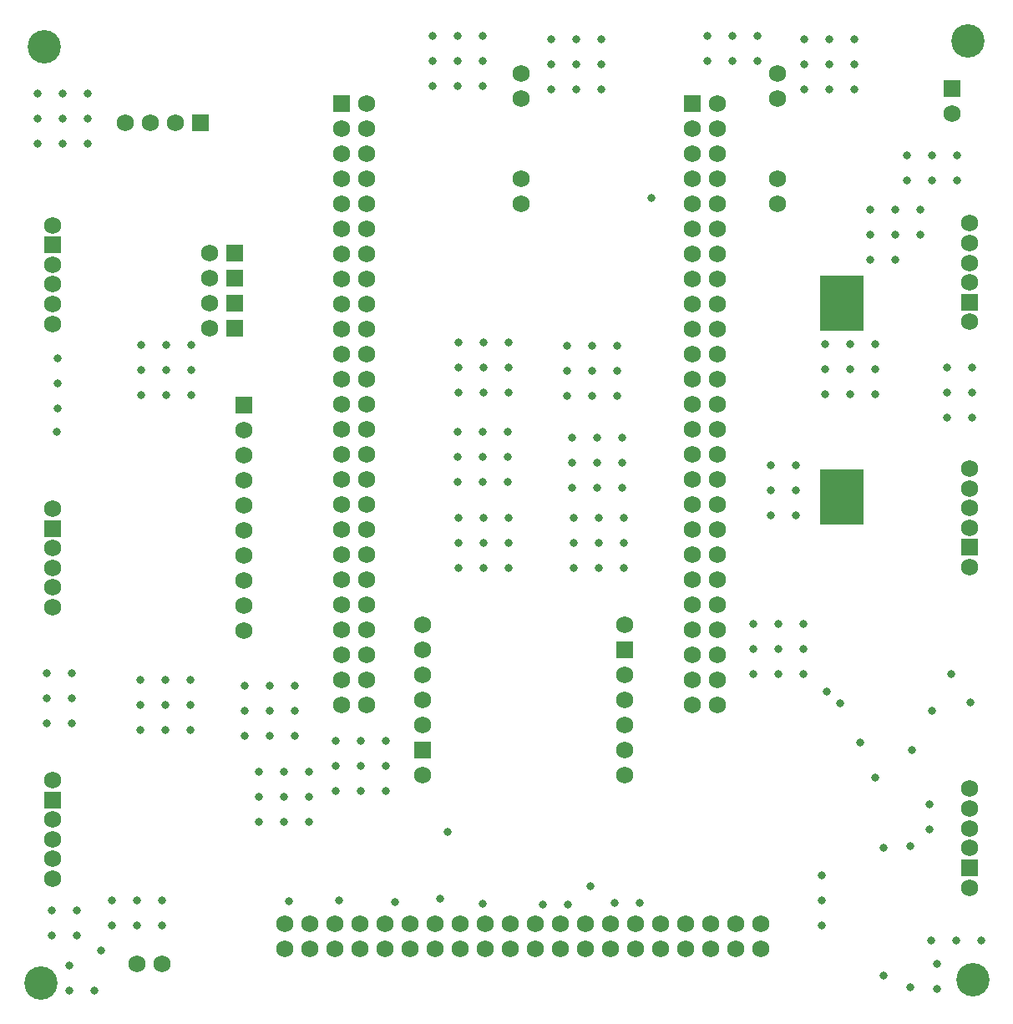
<source format=gts>
G04*
G04 #@! TF.GenerationSoftware,Altium Limited,Altium Designer,18.1.9 (240)*
G04*
G04 Layer_Color=8388736*
%FSLAX25Y25*%
%MOIN*%
G70*
G01*
G75*
%ADD14R,0.17335X0.22060*%
%ADD15C,0.06800*%
%ADD16R,0.06800X0.06800*%
%ADD17C,0.13300*%
%ADD18R,0.06800X0.06800*%
%ADD19C,0.03200*%
D14*
X326531Y200000D02*
D03*
Y277500D02*
D03*
D15*
X300730Y369100D02*
D03*
Y359100D02*
D03*
Y327100D02*
D03*
Y317100D02*
D03*
X198330Y369100D02*
D03*
Y359100D02*
D03*
Y327100D02*
D03*
Y317100D02*
D03*
X11430Y269100D02*
D03*
Y277000D02*
D03*
Y284900D02*
D03*
Y292700D02*
D03*
Y308500D02*
D03*
Y156000D02*
D03*
Y163900D02*
D03*
Y171800D02*
D03*
Y179600D02*
D03*
Y195400D02*
D03*
Y47700D02*
D03*
Y55600D02*
D03*
Y63500D02*
D03*
Y71300D02*
D03*
Y87100D02*
D03*
X55031Y13600D02*
D03*
X45031D02*
D03*
X377431Y44200D02*
D03*
Y60000D02*
D03*
Y67800D02*
D03*
Y75700D02*
D03*
Y83600D02*
D03*
X370331Y353000D02*
D03*
X126930Y167100D02*
D03*
Y157100D02*
D03*
Y177100D02*
D03*
Y187100D02*
D03*
Y197100D02*
D03*
Y207100D02*
D03*
Y217100D02*
D03*
Y227100D02*
D03*
Y237100D02*
D03*
Y247100D02*
D03*
Y257100D02*
D03*
Y267100D02*
D03*
Y277100D02*
D03*
Y287100D02*
D03*
Y297100D02*
D03*
Y307100D02*
D03*
Y317100D02*
D03*
Y327100D02*
D03*
Y337100D02*
D03*
Y347100D02*
D03*
Y147100D02*
D03*
X136931Y357100D02*
D03*
Y347100D02*
D03*
Y337100D02*
D03*
Y327100D02*
D03*
Y317100D02*
D03*
Y307100D02*
D03*
Y297100D02*
D03*
Y287100D02*
D03*
Y277100D02*
D03*
Y267100D02*
D03*
Y257100D02*
D03*
Y247100D02*
D03*
Y237100D02*
D03*
Y227100D02*
D03*
Y217100D02*
D03*
Y207100D02*
D03*
Y197100D02*
D03*
Y187100D02*
D03*
Y177100D02*
D03*
Y167100D02*
D03*
Y157100D02*
D03*
Y147100D02*
D03*
X126930Y137100D02*
D03*
Y127100D02*
D03*
Y117100D02*
D03*
X136931Y137100D02*
D03*
Y127100D02*
D03*
Y117100D02*
D03*
X104230Y19600D02*
D03*
Y29600D02*
D03*
X294231D02*
D03*
X284230D02*
D03*
X274231D02*
D03*
X264230D02*
D03*
X254230D02*
D03*
X244231D02*
D03*
X234230D02*
D03*
X224231D02*
D03*
X214230D02*
D03*
X204230D02*
D03*
X114231D02*
D03*
X124231D02*
D03*
X134230D02*
D03*
X144230D02*
D03*
X154230D02*
D03*
X164231D02*
D03*
X174231D02*
D03*
X184230D02*
D03*
X194230D02*
D03*
X204230Y19600D02*
D03*
X194230D02*
D03*
X184230D02*
D03*
X174231D02*
D03*
X164231D02*
D03*
X154230D02*
D03*
X144230D02*
D03*
X134230D02*
D03*
X124231D02*
D03*
X114231D02*
D03*
X214230D02*
D03*
X224231D02*
D03*
X234230D02*
D03*
X244231D02*
D03*
X254230D02*
D03*
X264230D02*
D03*
X274231D02*
D03*
X284230D02*
D03*
X294231D02*
D03*
X159030Y148900D02*
D03*
Y138900D02*
D03*
Y128900D02*
D03*
Y118900D02*
D03*
Y108900D02*
D03*
Y88900D02*
D03*
X239731Y148900D02*
D03*
Y128900D02*
D03*
Y118900D02*
D03*
Y108900D02*
D03*
Y98900D02*
D03*
Y88900D02*
D03*
X60431Y349500D02*
D03*
X50431D02*
D03*
X40431D02*
D03*
X377431Y309300D02*
D03*
Y301400D02*
D03*
Y293500D02*
D03*
Y285700D02*
D03*
Y269900D02*
D03*
Y211400D02*
D03*
Y203500D02*
D03*
Y195600D02*
D03*
Y187800D02*
D03*
Y172000D02*
D03*
X87831Y226600D02*
D03*
Y216600D02*
D03*
Y206600D02*
D03*
Y196600D02*
D03*
Y186600D02*
D03*
Y176600D02*
D03*
Y166600D02*
D03*
Y156600D02*
D03*
Y146600D02*
D03*
X74130Y267300D02*
D03*
Y277300D02*
D03*
Y287300D02*
D03*
Y297300D02*
D03*
X276930Y117100D02*
D03*
Y127100D02*
D03*
Y137100D02*
D03*
X266931Y117100D02*
D03*
Y127100D02*
D03*
Y137100D02*
D03*
X276930Y147100D02*
D03*
Y157100D02*
D03*
Y167100D02*
D03*
Y177100D02*
D03*
Y187100D02*
D03*
Y197100D02*
D03*
Y207100D02*
D03*
Y217100D02*
D03*
Y227100D02*
D03*
Y237100D02*
D03*
Y247100D02*
D03*
Y257100D02*
D03*
Y267100D02*
D03*
Y277100D02*
D03*
Y287100D02*
D03*
Y297100D02*
D03*
Y307100D02*
D03*
Y317100D02*
D03*
Y327100D02*
D03*
Y337100D02*
D03*
Y347100D02*
D03*
Y357100D02*
D03*
X266931Y147100D02*
D03*
Y347100D02*
D03*
Y337100D02*
D03*
Y327100D02*
D03*
Y317100D02*
D03*
Y307100D02*
D03*
Y297100D02*
D03*
Y287100D02*
D03*
Y277100D02*
D03*
Y267100D02*
D03*
Y257100D02*
D03*
Y247100D02*
D03*
Y237100D02*
D03*
Y227100D02*
D03*
Y217100D02*
D03*
Y207100D02*
D03*
Y197100D02*
D03*
Y187100D02*
D03*
Y177100D02*
D03*
Y157100D02*
D03*
Y167100D02*
D03*
D16*
X11430Y300600D02*
D03*
Y187500D02*
D03*
Y79200D02*
D03*
X377431Y52100D02*
D03*
X370331Y363000D02*
D03*
X126930Y357100D02*
D03*
X159030Y98900D02*
D03*
X239731Y138900D02*
D03*
X377431Y277800D02*
D03*
Y179900D02*
D03*
X87831Y236600D02*
D03*
X84131Y267300D02*
D03*
Y277300D02*
D03*
Y287300D02*
D03*
Y297300D02*
D03*
X266931Y357100D02*
D03*
D17*
X8031Y379700D02*
D03*
X376831Y382200D02*
D03*
X378630Y7300D02*
D03*
X6730Y6100D02*
D03*
D18*
X70430Y349500D02*
D03*
D19*
X15330Y360900D02*
D03*
X5331D02*
D03*
X15330Y350900D02*
D03*
X5331D02*
D03*
X15330Y340900D02*
D03*
X5331D02*
D03*
X25330D02*
D03*
Y350900D02*
D03*
Y360900D02*
D03*
X183030Y384200D02*
D03*
Y374200D02*
D03*
Y364200D02*
D03*
X163031D02*
D03*
X173030D02*
D03*
X163031Y374200D02*
D03*
X173030D02*
D03*
X163031Y384200D02*
D03*
X173030D02*
D03*
X230431Y382600D02*
D03*
Y372600D02*
D03*
Y362600D02*
D03*
X210431D02*
D03*
X220430D02*
D03*
X210431Y372600D02*
D03*
X220430D02*
D03*
X210431Y382600D02*
D03*
X220430D02*
D03*
X292931Y383900D02*
D03*
Y373900D02*
D03*
X272931D02*
D03*
X282930D02*
D03*
X272931Y383900D02*
D03*
X282930D02*
D03*
X321430Y382600D02*
D03*
X311431D02*
D03*
X321430Y372600D02*
D03*
X311431D02*
D03*
X321430Y362600D02*
D03*
X311431D02*
D03*
X331431D02*
D03*
Y372600D02*
D03*
Y382600D02*
D03*
X372330Y336300D02*
D03*
Y326300D02*
D03*
X352330D02*
D03*
X362331D02*
D03*
X352330Y336300D02*
D03*
X362331D02*
D03*
X347831Y314600D02*
D03*
X337830D02*
D03*
X347831Y304600D02*
D03*
X337830D02*
D03*
X347831Y294600D02*
D03*
X337830D02*
D03*
X357831Y304600D02*
D03*
Y314600D02*
D03*
X56931Y260600D02*
D03*
X46931D02*
D03*
X56931Y250600D02*
D03*
X46931D02*
D03*
X56931Y240600D02*
D03*
X46931D02*
D03*
X66931D02*
D03*
Y250600D02*
D03*
Y260600D02*
D03*
X13031Y226200D02*
D03*
X13431Y255500D02*
D03*
Y245500D02*
D03*
Y235500D02*
D03*
X9131Y129800D02*
D03*
Y119800D02*
D03*
Y109800D02*
D03*
X19130D02*
D03*
Y119800D02*
D03*
Y129800D02*
D03*
X18031Y12900D02*
D03*
X28030Y2900D02*
D03*
X18031D02*
D03*
X11030Y25200D02*
D03*
X21031D02*
D03*
X11030Y35200D02*
D03*
X21031D02*
D03*
X45031Y39000D02*
D03*
X35030D02*
D03*
X45031Y29000D02*
D03*
X35030D02*
D03*
X55031D02*
D03*
Y39000D02*
D03*
X105831Y38600D02*
D03*
X125630Y39000D02*
D03*
X166230Y39600D02*
D03*
X183230Y37600D02*
D03*
X226030Y44700D02*
D03*
X207230Y37300D02*
D03*
X217231D02*
D03*
X245730Y37900D02*
D03*
X235731D02*
D03*
X364331Y13600D02*
D03*
Y3600D02*
D03*
X382031Y22900D02*
D03*
X372030D02*
D03*
X362031D02*
D03*
X318531Y29000D02*
D03*
Y39000D02*
D03*
Y49000D02*
D03*
X361530Y77300D02*
D03*
Y67300D02*
D03*
X301131Y149400D02*
D03*
X291130D02*
D03*
X301131Y139400D02*
D03*
X291130D02*
D03*
X301131Y129400D02*
D03*
X291130D02*
D03*
X311130D02*
D03*
Y139400D02*
D03*
Y149400D02*
D03*
X298231Y212600D02*
D03*
Y202600D02*
D03*
Y192600D02*
D03*
X308230D02*
D03*
Y202600D02*
D03*
Y212600D02*
D03*
X368531Y251800D02*
D03*
Y241800D02*
D03*
Y231800D02*
D03*
X378531D02*
D03*
Y241800D02*
D03*
Y251800D02*
D03*
X339830Y261200D02*
D03*
Y251200D02*
D03*
Y241200D02*
D03*
X319830D02*
D03*
X329831D02*
D03*
X319830Y251200D02*
D03*
X329831D02*
D03*
X319830Y261200D02*
D03*
X329831D02*
D03*
X229330Y191600D02*
D03*
X219331D02*
D03*
X229330Y181600D02*
D03*
X219331D02*
D03*
X229330Y171600D02*
D03*
X219331D02*
D03*
X239331D02*
D03*
Y181600D02*
D03*
Y191600D02*
D03*
X183331D02*
D03*
X173330D02*
D03*
X183331Y181600D02*
D03*
X173330D02*
D03*
X183331Y171600D02*
D03*
X173330D02*
D03*
X193331D02*
D03*
Y181600D02*
D03*
Y191600D02*
D03*
X228630Y223600D02*
D03*
X218631D02*
D03*
X228630Y213600D02*
D03*
X218631D02*
D03*
X228630Y203600D02*
D03*
X218631D02*
D03*
X238631D02*
D03*
Y213600D02*
D03*
Y223600D02*
D03*
X183030Y226200D02*
D03*
X173030D02*
D03*
X183030Y216200D02*
D03*
X173030D02*
D03*
X183030Y206200D02*
D03*
X173030D02*
D03*
X193031D02*
D03*
Y216200D02*
D03*
Y226200D02*
D03*
X226730Y260500D02*
D03*
X216730D02*
D03*
X226730Y250500D02*
D03*
X216730D02*
D03*
X226730Y240500D02*
D03*
X216730D02*
D03*
X236731D02*
D03*
Y250500D02*
D03*
Y260500D02*
D03*
X183331Y261600D02*
D03*
X173330D02*
D03*
X183331Y251600D02*
D03*
X173330D02*
D03*
X183331Y241600D02*
D03*
X173330D02*
D03*
X193331D02*
D03*
Y251600D02*
D03*
Y261600D02*
D03*
X144530Y102800D02*
D03*
Y92800D02*
D03*
Y82800D02*
D03*
X124530D02*
D03*
X134530D02*
D03*
X124530Y92800D02*
D03*
X134530D02*
D03*
X124530Y102800D02*
D03*
X134530D02*
D03*
X113830Y90400D02*
D03*
Y80400D02*
D03*
Y70400D02*
D03*
X93831D02*
D03*
X103831D02*
D03*
X93831Y80400D02*
D03*
X103831D02*
D03*
X93831Y90400D02*
D03*
X103831D02*
D03*
X98230Y124800D02*
D03*
X88231D02*
D03*
X98230Y114800D02*
D03*
X88231D02*
D03*
X98230Y104800D02*
D03*
X88231D02*
D03*
X108230D02*
D03*
Y114800D02*
D03*
Y124800D02*
D03*
X66430Y127100D02*
D03*
Y117100D02*
D03*
Y107100D02*
D03*
X46431D02*
D03*
X56431D02*
D03*
X46431Y117100D02*
D03*
X56431D02*
D03*
X46431Y127100D02*
D03*
X56431D02*
D03*
X353831Y60800D02*
D03*
X343231Y60200D02*
D03*
X353831Y4300D02*
D03*
X343231Y9100D02*
D03*
X30731Y19200D02*
D03*
X250330Y319300D02*
D03*
X377930Y117900D02*
D03*
X320430Y122400D02*
D03*
X169230Y66400D02*
D03*
X148231Y38400D02*
D03*
X325730Y117700D02*
D03*
X370231Y129500D02*
D03*
X333731Y102000D02*
D03*
X362331Y114800D02*
D03*
X354531Y98900D02*
D03*
X339931Y88200D02*
D03*
M02*

</source>
